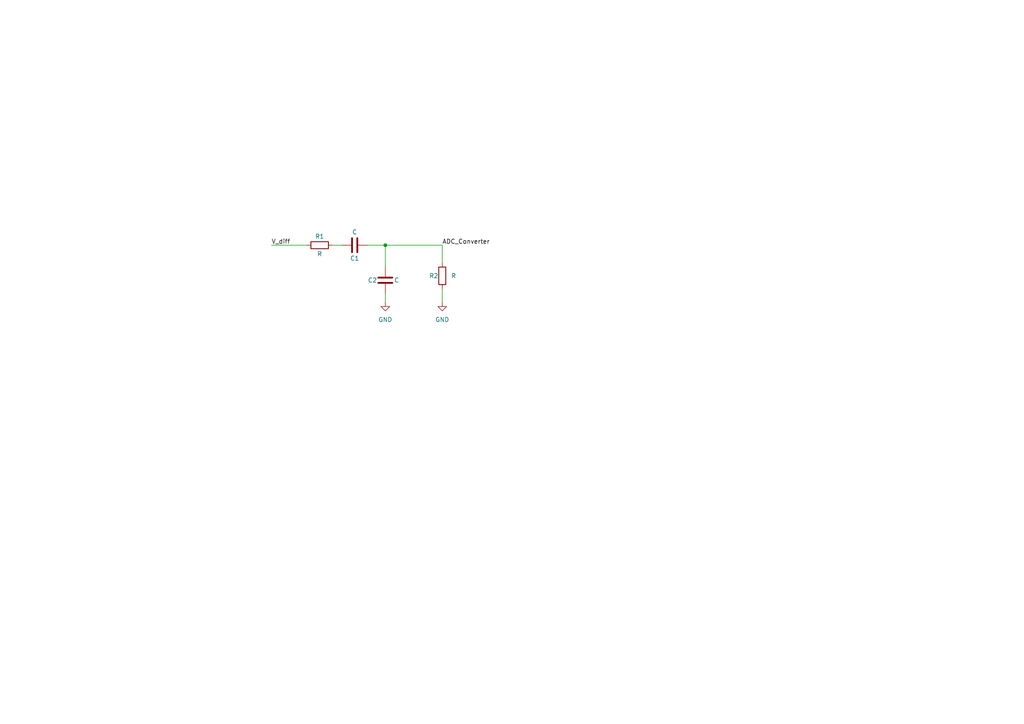
<source format=kicad_sch>
(kicad_sch (version 20211123) (generator eeschema)
  (paper "A4")
  (lib_symbols
    (symbol "Device:C" (pin_numbers hide) (pin_names (offset 0.254))
      (property "Reference" "C" (at 0.635 2.54 0))
      (property "Value" "C" (at 0.635 -2.54 0))
      (symbol "C_0_1"
        (polyline (pts (xy -2.032 -0.762) (xy 2.032 -0.762)) (stroke (width 0.508)))
        (polyline (pts (xy -2.032 0.762) (xy 2.032 0.762)) (stroke (width 0.508)))
      )
      (symbol "C_1_1"
        (pin passive line (at 0 3.81 270) (length 2.794) (name "~") (number "1"))
        (pin passive line (at 0 -3.81 90) (length 2.794) (name "~") (number "2"))
      )
    )
    (symbol "Device:R" (pin_numbers hide) (pin_names (offset 0))
      (property "Reference" "R" (at 2.032 0 90))
      (property "Value" "R" (at 0 0 90))
      (symbol "R_0_1"
        (rectangle (start -1.016 -2.54) (end 1.016 2.54) (stroke (width 0.254)))
      )
      (symbol "R_1_1"
        (pin passive line (at 0 3.81 270) (length 1.27) (name "~") (number "1"))
        (pin passive line (at 0 -3.81 90) (length 1.27) (name "~") (number "2"))
      )
    )
    (symbol "power:GND" (power) (pin_names (offset 0))
      (property "Value" "GND" (at 0 -3.81 0))
      (symbol "GND_0_1"
        (polyline (pts (xy 0 0) (xy 0 -1.27) (xy 1.27 -1.27) (xy 0 -2.54) (xy -1.27 -1.27) (xy 0 -1.27)))
      )
      (symbol "GND_1_1"
        (pin power_in line (at 0 0 270) (length 0) hide (name "GND") (number "1"))
      )
    )
  )
  (junction (at 111.76 71.12))
  (wire (pts (xy 128.27 71.12) (xy 128.27 76.2)))
  (wire (pts (xy 128.27 83.82) (xy 128.27 87.63)))
  (wire (pts (xy 111.76 85.09) (xy 111.76 87.63)))
  (wire (pts (xy 96.52 71.12) (xy 99.06 71.12)))
  (wire (pts (xy 111.76 71.12) (xy 128.27 71.12)))
  (wire (pts (xy 106.68 71.12) (xy 111.76 71.12)))
  (wire (pts (xy 111.76 71.12) (xy 111.76 77.47)))
  (wire (pts (xy 78.74 71.12) (xy 88.9 71.12)))
  (label "V_diff" (at 78.74 71.12 0))
  (label "ADC_Converter" (at 128.27 71.12 0))
  (symbol (lib_id "Device:C") (at 102.87 71.12 90) (unit 1)
    (property "Reference" "C1" (at 102.87 74.93 90))
    (property "Value" "C" (at 102.87 67.31 90))
  )
  (symbol (lib_id "power:GND") (at 111.76 87.63 0) (unit 1)
    (property "Reference" "#PWR01" (effects hide))
    (property "Value" "GND" (at 111.76 92.71 0))
  )
  (symbol (lib_id "Device:R") (at 128.27 80.01 180) (unit 1)
    (property "Reference" "R2" (at 124.46 80.01 0) (effects (justify right)))
    (property "Value" "R" (at 130.81 80.01 0) (effects (justify right)))
  )
  (symbol (lib_id "Device:C") (at 111.76 81.28 0) (unit 1)
    (property "Reference" "C2" (at 106.68 81.28 0) (effects (justify left)))
    (property "Value" "C" (at 114.3 81.28 0) (effects (justify left)))
  )
  (symbol (lib_id "Device:R") (at 92.71 71.12 90) (unit 1)
    (property "Reference" "R1" (at 92.71 68.58 90))
    (property "Value" "R" (at 92.71 73.66 90))
  )
  (symbol (lib_id "power:GND") (at 128.27 87.63 0) (unit 1)
    (property "Reference" "#PWR02" (effects hide))
    (property "Value" "GND" (at 128.27 92.71 0))
  )
)
</source>
